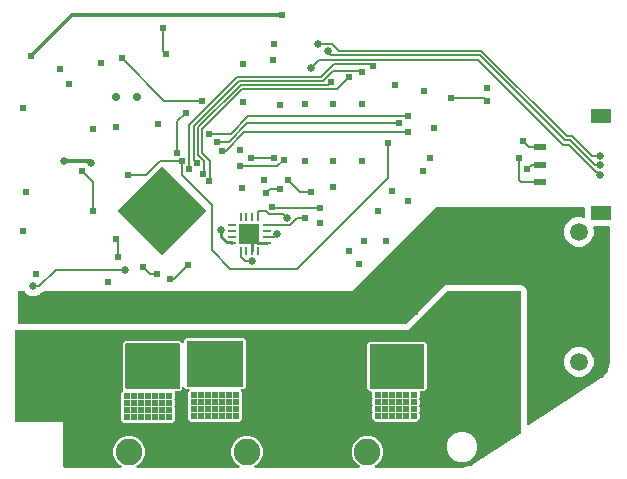
<source format=gbr>
G04 EAGLE Gerber RS-274X export*
G75*
%MOMM*%
%FSLAX34Y34*%
%LPD*%
%INBottom Copper*%
%IPPOS*%
%AMOC8*
5,1,8,0,0,1.08239X$1,22.5*%
G01*
%ADD10R,1.700000X1.700000*%
%ADD11R,0.250000X0.700000*%
%ADD12R,0.700000X0.250000*%
%ADD13C,2.250000*%
%ADD14C,1.500000*%
%ADD15C,2.550000*%
%ADD16R,1.000000X0.600000*%
%ADD17R,1.800000X1.250000*%
%ADD18C,0.704800*%
%ADD19C,0.604800*%
%ADD20C,0.654800*%
%ADD21C,0.250000*%
%ADD22C,0.200000*%
%ADD23C,0.350000*%
%ADD24C,0.300000*%

G36*
X90943Y2513D02*
X90943Y2513D01*
X91030Y2516D01*
X91082Y2533D01*
X91136Y2541D01*
X91215Y2576D01*
X91298Y2603D01*
X91343Y2634D01*
X91393Y2657D01*
X91459Y2713D01*
X91531Y2762D01*
X91566Y2804D01*
X91608Y2840D01*
X91655Y2913D01*
X91710Y2980D01*
X91732Y3030D01*
X91762Y3076D01*
X91787Y3159D01*
X91822Y3239D01*
X91828Y3293D01*
X91844Y3346D01*
X91846Y3433D01*
X91856Y3519D01*
X91847Y3573D01*
X91848Y3628D01*
X91825Y3712D01*
X91811Y3797D01*
X91788Y3847D01*
X91773Y3900D01*
X91727Y3974D01*
X91690Y4052D01*
X91654Y4093D01*
X91625Y4140D01*
X91560Y4198D01*
X91503Y4263D01*
X91459Y4289D01*
X91416Y4329D01*
X91313Y4378D01*
X91240Y4423D01*
X90476Y4739D01*
X86739Y8476D01*
X84717Y13358D01*
X84717Y18642D01*
X86739Y23524D01*
X90476Y27261D01*
X95358Y29283D01*
X100642Y29283D01*
X105524Y27261D01*
X109261Y23524D01*
X111283Y18642D01*
X111283Y13358D01*
X109261Y8476D01*
X105524Y4739D01*
X104760Y4423D01*
X104686Y4379D01*
X104607Y4343D01*
X104565Y4308D01*
X104518Y4280D01*
X104458Y4216D01*
X104392Y4160D01*
X104362Y4114D01*
X104325Y4074D01*
X104286Y3997D01*
X104238Y3924D01*
X104222Y3871D01*
X104197Y3822D01*
X104181Y3737D01*
X104156Y3654D01*
X104155Y3599D01*
X104145Y3545D01*
X104153Y3459D01*
X104152Y3372D01*
X104166Y3319D01*
X104172Y3265D01*
X104204Y3184D01*
X104227Y3100D01*
X104256Y3054D01*
X104276Y3003D01*
X104330Y2934D01*
X104375Y2860D01*
X104416Y2824D01*
X104450Y2780D01*
X104520Y2729D01*
X104584Y2671D01*
X104634Y2647D01*
X104678Y2615D01*
X104760Y2586D01*
X104838Y2548D01*
X104889Y2540D01*
X104944Y2521D01*
X105058Y2514D01*
X105143Y2501D01*
X190857Y2501D01*
X190943Y2513D01*
X191030Y2516D01*
X191082Y2533D01*
X191136Y2541D01*
X191215Y2576D01*
X191298Y2603D01*
X191343Y2634D01*
X191393Y2657D01*
X191459Y2713D01*
X191531Y2762D01*
X191566Y2804D01*
X191608Y2840D01*
X191655Y2913D01*
X191710Y2980D01*
X191732Y3030D01*
X191762Y3076D01*
X191787Y3159D01*
X191822Y3239D01*
X191828Y3293D01*
X191844Y3346D01*
X191846Y3433D01*
X191856Y3519D01*
X191847Y3573D01*
X191848Y3628D01*
X191825Y3712D01*
X191811Y3797D01*
X191788Y3847D01*
X191773Y3900D01*
X191727Y3974D01*
X191690Y4052D01*
X191654Y4093D01*
X191625Y4140D01*
X191560Y4198D01*
X191503Y4263D01*
X191459Y4289D01*
X191416Y4329D01*
X191313Y4378D01*
X191240Y4423D01*
X190476Y4739D01*
X186739Y8476D01*
X184717Y13358D01*
X184717Y18642D01*
X186739Y23524D01*
X190476Y27261D01*
X195358Y29283D01*
X200642Y29283D01*
X205524Y27261D01*
X209261Y23524D01*
X211283Y18642D01*
X211283Y13358D01*
X209261Y8476D01*
X205524Y4739D01*
X204760Y4423D01*
X204686Y4379D01*
X204607Y4343D01*
X204565Y4308D01*
X204518Y4280D01*
X204458Y4216D01*
X204392Y4160D01*
X204362Y4114D01*
X204325Y4074D01*
X204286Y3997D01*
X204238Y3924D01*
X204222Y3871D01*
X204197Y3822D01*
X204181Y3737D01*
X204156Y3654D01*
X204155Y3599D01*
X204145Y3545D01*
X204153Y3459D01*
X204152Y3372D01*
X204166Y3319D01*
X204172Y3265D01*
X204204Y3184D01*
X204227Y3100D01*
X204256Y3054D01*
X204276Y3003D01*
X204330Y2934D01*
X204375Y2860D01*
X204416Y2824D01*
X204450Y2780D01*
X204520Y2729D01*
X204584Y2671D01*
X204634Y2647D01*
X204678Y2615D01*
X204760Y2586D01*
X204838Y2548D01*
X204889Y2540D01*
X204944Y2521D01*
X205058Y2514D01*
X205143Y2501D01*
X292857Y2501D01*
X292943Y2513D01*
X293030Y2516D01*
X293082Y2533D01*
X293136Y2541D01*
X293215Y2576D01*
X293298Y2603D01*
X293343Y2634D01*
X293393Y2657D01*
X293459Y2713D01*
X293531Y2762D01*
X293566Y2804D01*
X293608Y2840D01*
X293655Y2913D01*
X293710Y2980D01*
X293732Y3030D01*
X293762Y3076D01*
X293787Y3159D01*
X293822Y3239D01*
X293828Y3293D01*
X293844Y3346D01*
X293846Y3433D01*
X293856Y3519D01*
X293847Y3573D01*
X293848Y3628D01*
X293825Y3712D01*
X293811Y3797D01*
X293788Y3847D01*
X293773Y3900D01*
X293727Y3974D01*
X293690Y4052D01*
X293654Y4093D01*
X293625Y4140D01*
X293560Y4198D01*
X293503Y4263D01*
X293459Y4289D01*
X293416Y4329D01*
X293313Y4378D01*
X293240Y4423D01*
X292476Y4739D01*
X288739Y8476D01*
X286717Y13358D01*
X286717Y18642D01*
X288739Y23524D01*
X292476Y27261D01*
X297358Y29283D01*
X302642Y29283D01*
X307524Y27261D01*
X311261Y23524D01*
X313283Y18642D01*
X313283Y13358D01*
X311261Y8476D01*
X307524Y4739D01*
X306760Y4423D01*
X306686Y4379D01*
X306607Y4343D01*
X306565Y4308D01*
X306518Y4280D01*
X306458Y4216D01*
X306392Y4160D01*
X306362Y4114D01*
X306325Y4074D01*
X306286Y3997D01*
X306238Y3924D01*
X306222Y3871D01*
X306197Y3822D01*
X306181Y3737D01*
X306156Y3654D01*
X306155Y3599D01*
X306145Y3545D01*
X306153Y3459D01*
X306152Y3372D01*
X306166Y3319D01*
X306172Y3265D01*
X306204Y3184D01*
X306227Y3100D01*
X306256Y3054D01*
X306276Y3003D01*
X306330Y2934D01*
X306375Y2860D01*
X306416Y2824D01*
X306450Y2780D01*
X306520Y2729D01*
X306584Y2671D01*
X306634Y2647D01*
X306678Y2615D01*
X306760Y2586D01*
X306838Y2548D01*
X306889Y2540D01*
X306944Y2521D01*
X307058Y2514D01*
X307143Y2501D01*
X380000Y2501D01*
X380038Y2506D01*
X380071Y2503D01*
X382425Y2672D01*
X382547Y2698D01*
X382636Y2710D01*
X385454Y3540D01*
X387152Y4040D01*
X387265Y4091D01*
X387350Y4122D01*
X389420Y5255D01*
X389450Y5278D01*
X389481Y5292D01*
X390699Y6077D01*
X390700Y6077D01*
X429541Y31114D01*
X429588Y31154D01*
X429640Y31186D01*
X429694Y31246D01*
X429755Y31298D01*
X429788Y31350D01*
X429829Y31395D01*
X429864Y31468D01*
X429908Y31535D01*
X429925Y31594D01*
X429952Y31649D01*
X429963Y31721D01*
X429988Y31805D01*
X429989Y31887D01*
X429999Y31954D01*
X429999Y151000D01*
X429990Y151064D01*
X429991Y151128D01*
X429970Y151203D01*
X429959Y151279D01*
X429933Y151338D01*
X429916Y151400D01*
X429875Y151466D01*
X429843Y151536D01*
X429801Y151585D01*
X429768Y151640D01*
X429710Y151692D01*
X429660Y151750D01*
X429606Y151786D01*
X429558Y151829D01*
X429489Y151862D01*
X429424Y151905D01*
X429362Y151924D01*
X429305Y151952D01*
X429235Y151963D01*
X429154Y151987D01*
X429069Y151988D01*
X429000Y151999D01*
X368000Y151999D01*
X367905Y151986D01*
X367809Y151981D01*
X367766Y151966D01*
X367721Y151959D01*
X367633Y151920D01*
X367542Y151888D01*
X367508Y151863D01*
X367464Y151843D01*
X367367Y151760D01*
X367293Y151707D01*
X334586Y118999D01*
X2500Y118999D01*
X2436Y118990D01*
X2372Y118991D01*
X2297Y118970D01*
X2221Y118959D01*
X2162Y118933D01*
X2100Y118916D01*
X2034Y118875D01*
X1964Y118843D01*
X1915Y118801D01*
X1860Y118768D01*
X1808Y118710D01*
X1750Y118660D01*
X1714Y118606D01*
X1671Y118558D01*
X1638Y118489D01*
X1595Y118424D01*
X1576Y118362D01*
X1548Y118305D01*
X1537Y118235D01*
X1513Y118154D01*
X1512Y118069D01*
X1501Y118000D01*
X1501Y42000D01*
X1510Y41936D01*
X1509Y41872D01*
X1530Y41797D01*
X1541Y41721D01*
X1567Y41662D01*
X1584Y41600D01*
X1625Y41534D01*
X1657Y41464D01*
X1699Y41415D01*
X1732Y41360D01*
X1790Y41308D01*
X1840Y41250D01*
X1894Y41214D01*
X1942Y41171D01*
X2011Y41138D01*
X2076Y41095D01*
X2138Y41076D01*
X2195Y41048D01*
X2265Y41037D01*
X2346Y41013D01*
X2431Y41012D01*
X2500Y41001D01*
X42001Y41001D01*
X42001Y3500D01*
X42010Y3436D01*
X42009Y3372D01*
X42030Y3297D01*
X42041Y3221D01*
X42067Y3162D01*
X42084Y3100D01*
X42125Y3034D01*
X42157Y2964D01*
X42199Y2915D01*
X42232Y2860D01*
X42290Y2808D01*
X42340Y2750D01*
X42394Y2714D01*
X42442Y2671D01*
X42511Y2638D01*
X42576Y2595D01*
X42638Y2576D01*
X42695Y2548D01*
X42765Y2537D01*
X42846Y2513D01*
X42931Y2512D01*
X43000Y2501D01*
X90857Y2501D01*
X90943Y2513D01*
G37*
G36*
X436053Y38450D02*
X436053Y38450D01*
X436128Y38449D01*
X436193Y38467D01*
X436260Y38475D01*
X436321Y38502D01*
X436400Y38524D01*
X436475Y38570D01*
X436541Y38600D01*
X498127Y78296D01*
X498160Y78325D01*
X498195Y78344D01*
X500039Y79763D01*
X500150Y79877D01*
X500215Y79938D01*
X503078Y83585D01*
X503084Y83595D01*
X503092Y83603D01*
X503130Y83675D01*
X503219Y83829D01*
X503226Y83855D01*
X503237Y83876D01*
X504751Y88258D01*
X504782Y88415D01*
X504803Y88502D01*
X504996Y90820D01*
X504993Y90864D01*
X504999Y90903D01*
X504999Y91083D01*
X504999Y93388D01*
X504999Y205700D01*
X504990Y205764D01*
X504991Y205828D01*
X504970Y205903D01*
X504959Y205979D01*
X504933Y206038D01*
X504916Y206100D01*
X504875Y206166D01*
X504843Y206236D01*
X504801Y206285D01*
X504768Y206340D01*
X504710Y206392D01*
X504660Y206450D01*
X504606Y206486D01*
X504558Y206529D01*
X504489Y206562D01*
X504424Y206605D01*
X504362Y206624D01*
X504305Y206652D01*
X504235Y206663D01*
X504154Y206687D01*
X504069Y206688D01*
X504000Y206699D01*
X492080Y206699D01*
X491962Y206683D01*
X491844Y206671D01*
X491823Y206663D01*
X491800Y206659D01*
X491693Y206611D01*
X491582Y206567D01*
X491564Y206553D01*
X491544Y206543D01*
X491454Y206466D01*
X491360Y206393D01*
X491347Y206375D01*
X491329Y206360D01*
X491264Y206260D01*
X491195Y206164D01*
X491187Y206143D01*
X491175Y206124D01*
X491140Y206010D01*
X491100Y205899D01*
X491099Y205876D01*
X491092Y205854D01*
X491091Y205736D01*
X491084Y205617D01*
X491089Y205596D01*
X491089Y205572D01*
X491138Y205393D01*
X491156Y205318D01*
X491501Y204487D01*
X491501Y199513D01*
X489598Y194919D01*
X486081Y191402D01*
X481487Y189499D01*
X476513Y189499D01*
X471919Y191402D01*
X468402Y194919D01*
X466499Y199513D01*
X466499Y204487D01*
X468402Y209081D01*
X471919Y212598D01*
X476513Y214501D01*
X481487Y214501D01*
X482618Y214032D01*
X482732Y214003D01*
X482846Y213968D01*
X482869Y213968D01*
X482891Y213962D01*
X483009Y213966D01*
X483128Y213964D01*
X483150Y213970D01*
X483173Y213971D01*
X483285Y214008D01*
X483400Y214040D01*
X483419Y214052D01*
X483441Y214059D01*
X483539Y214125D01*
X483640Y214188D01*
X483655Y214205D01*
X483674Y214218D01*
X483749Y214309D01*
X483829Y214397D01*
X483839Y214418D01*
X483853Y214435D01*
X483900Y214544D01*
X483952Y214651D01*
X483955Y214672D01*
X483965Y214694D01*
X483987Y214879D01*
X483999Y214955D01*
X483999Y222000D01*
X483990Y222064D01*
X483991Y222128D01*
X483970Y222203D01*
X483959Y222279D01*
X483933Y222338D01*
X483916Y222400D01*
X483875Y222466D01*
X483843Y222536D01*
X483801Y222585D01*
X483768Y222640D01*
X483710Y222692D01*
X483660Y222750D01*
X483606Y222786D01*
X483558Y222829D01*
X483489Y222862D01*
X483424Y222905D01*
X483362Y222924D01*
X483305Y222952D01*
X483235Y222963D01*
X483154Y222987D01*
X483069Y222988D01*
X483000Y222999D01*
X359000Y222999D01*
X358905Y222986D01*
X358809Y222981D01*
X358766Y222966D01*
X358721Y222959D01*
X358633Y222920D01*
X358542Y222888D01*
X358508Y222863D01*
X358464Y222843D01*
X358367Y222760D01*
X358293Y222707D01*
X287586Y151999D01*
X26899Y151999D01*
X26804Y151986D01*
X26708Y151981D01*
X26665Y151966D01*
X26620Y151959D01*
X26533Y151920D01*
X26442Y151888D01*
X26407Y151863D01*
X26363Y151843D01*
X26266Y151760D01*
X26193Y151707D01*
X25399Y150913D01*
X23194Y149999D01*
X23115Y149999D01*
X23020Y149986D01*
X22924Y149981D01*
X22881Y149966D01*
X22836Y149959D01*
X22749Y149920D01*
X22658Y149888D01*
X22623Y149863D01*
X22579Y149843D01*
X22482Y149760D01*
X22409Y149707D01*
X21687Y148985D01*
X18646Y147725D01*
X15354Y147725D01*
X12313Y148985D01*
X9985Y151313D01*
X9956Y151382D01*
X9951Y151391D01*
X9949Y151400D01*
X9879Y151512D01*
X9813Y151625D01*
X9806Y151632D01*
X9801Y151640D01*
X9703Y151728D01*
X9607Y151818D01*
X9598Y151822D01*
X9591Y151829D01*
X9473Y151886D01*
X9355Y151946D01*
X9346Y151948D01*
X9338Y151952D01*
X9261Y151964D01*
X9078Y151998D01*
X9054Y151996D01*
X9033Y151999D01*
X5000Y151999D01*
X4936Y151990D01*
X4872Y151991D01*
X4797Y151970D01*
X4721Y151959D01*
X4662Y151933D01*
X4600Y151916D01*
X4534Y151875D01*
X4464Y151843D01*
X4415Y151801D01*
X4360Y151768D01*
X4308Y151710D01*
X4250Y151660D01*
X4214Y151606D01*
X4171Y151558D01*
X4138Y151489D01*
X4095Y151424D01*
X4076Y151362D01*
X4048Y151305D01*
X4037Y151235D01*
X4013Y151154D01*
X4012Y151069D01*
X4001Y151000D01*
X4001Y125000D01*
X4010Y124936D01*
X4009Y124872D01*
X4030Y124797D01*
X4041Y124721D01*
X4067Y124662D01*
X4084Y124600D01*
X4125Y124534D01*
X4157Y124464D01*
X4199Y124415D01*
X4232Y124360D01*
X4290Y124308D01*
X4340Y124250D01*
X4394Y124214D01*
X4442Y124171D01*
X4511Y124138D01*
X4576Y124095D01*
X4638Y124076D01*
X4695Y124048D01*
X4765Y124037D01*
X4846Y124013D01*
X4931Y124012D01*
X5000Y124001D01*
X332101Y124001D01*
X332195Y124014D01*
X332292Y124019D01*
X332335Y124034D01*
X332380Y124041D01*
X332467Y124080D01*
X332558Y124112D01*
X332593Y124137D01*
X332637Y124157D01*
X332734Y124240D01*
X332807Y124293D01*
X364601Y156087D01*
X366806Y157001D01*
X430194Y157001D01*
X432399Y156087D01*
X434087Y154399D01*
X435001Y152194D01*
X435001Y39440D01*
X435010Y39373D01*
X435010Y39306D01*
X435030Y39234D01*
X435041Y39161D01*
X435068Y39099D01*
X435087Y39035D01*
X435126Y38971D01*
X435157Y38904D01*
X435200Y38853D01*
X435236Y38795D01*
X435292Y38746D01*
X435340Y38689D01*
X435396Y38653D01*
X435447Y38608D01*
X435514Y38576D01*
X435576Y38535D01*
X435641Y38515D01*
X435701Y38486D01*
X435775Y38474D01*
X435846Y38453D01*
X435913Y38452D01*
X435980Y38441D01*
X436053Y38450D01*
G37*
%LPC*%
G36*
X93905Y39943D02*
X93905Y39943D01*
X90943Y42905D01*
X90943Y47095D01*
X91142Y47293D01*
X91181Y47345D01*
X91227Y47390D01*
X91265Y47457D01*
X91311Y47519D01*
X91334Y47579D01*
X91366Y47635D01*
X91384Y47710D01*
X91411Y47783D01*
X91416Y47847D01*
X91431Y47909D01*
X91427Y47987D01*
X91433Y48064D01*
X91420Y48127D01*
X91416Y48191D01*
X91391Y48264D01*
X91375Y48340D01*
X91345Y48397D01*
X91324Y48458D01*
X91282Y48514D01*
X91243Y48589D01*
X91184Y48650D01*
X91142Y48707D01*
X90943Y48905D01*
X90943Y53095D01*
X91142Y53293D01*
X91181Y53345D01*
X91227Y53390D01*
X91265Y53457D01*
X91311Y53519D01*
X91334Y53579D01*
X91366Y53635D01*
X91384Y53710D01*
X91411Y53783D01*
X91416Y53847D01*
X91431Y53909D01*
X91427Y53987D01*
X91433Y54064D01*
X91420Y54127D01*
X91416Y54191D01*
X91391Y54264D01*
X91375Y54340D01*
X91345Y54397D01*
X91324Y54458D01*
X91282Y54514D01*
X91243Y54589D01*
X91184Y54650D01*
X91142Y54707D01*
X90943Y54905D01*
X90943Y59095D01*
X91142Y59293D01*
X91181Y59345D01*
X91227Y59390D01*
X91265Y59457D01*
X91311Y59519D01*
X91334Y59579D01*
X91366Y59635D01*
X91384Y59710D01*
X91411Y59783D01*
X91416Y59847D01*
X91431Y59909D01*
X91427Y59987D01*
X91433Y60064D01*
X91420Y60127D01*
X91416Y60191D01*
X91391Y60264D01*
X91375Y60340D01*
X91345Y60397D01*
X91324Y60458D01*
X91282Y60514D01*
X91243Y60589D01*
X91184Y60650D01*
X91142Y60707D01*
X90943Y60905D01*
X90943Y65095D01*
X93073Y67225D01*
X93112Y67276D01*
X93158Y67321D01*
X93196Y67388D01*
X93243Y67450D01*
X93265Y67510D01*
X93297Y67566D01*
X93315Y67642D01*
X93342Y67714D01*
X93347Y67778D01*
X93362Y67841D01*
X93358Y67918D01*
X93364Y67995D01*
X93351Y68058D01*
X93348Y68122D01*
X93322Y68196D01*
X93306Y68271D01*
X93276Y68328D01*
X93255Y68389D01*
X93214Y68445D01*
X93174Y68520D01*
X93115Y68581D01*
X93073Y68638D01*
X92967Y68744D01*
X92967Y79468D01*
X92958Y79529D01*
X92959Y79571D01*
X92952Y79597D01*
X92949Y79659D01*
X92943Y79675D01*
X92943Y84315D01*
X92953Y84443D01*
X92967Y84532D01*
X92967Y85468D01*
X92959Y85529D01*
X92959Y85566D01*
X92952Y85591D01*
X92949Y85659D01*
X92943Y85675D01*
X92943Y90315D01*
X92953Y90443D01*
X92967Y90532D01*
X92967Y91468D01*
X92959Y91528D01*
X92959Y91562D01*
X92953Y91586D01*
X92949Y91659D01*
X92943Y91675D01*
X92943Y96315D01*
X92953Y96443D01*
X92967Y96532D01*
X92967Y97468D01*
X92959Y97528D01*
X92959Y97557D01*
X92953Y97580D01*
X92949Y97659D01*
X92943Y97675D01*
X92943Y102315D01*
X92953Y102443D01*
X92967Y102532D01*
X92967Y108256D01*
X94744Y110033D01*
X141256Y110033D01*
X143261Y108027D01*
X143287Y108008D01*
X143308Y107984D01*
X143400Y107924D01*
X143487Y107858D01*
X143517Y107847D01*
X143544Y107829D01*
X143649Y107797D01*
X143751Y107759D01*
X143783Y107756D01*
X143814Y107747D01*
X143923Y107745D01*
X144032Y107737D01*
X144064Y107743D01*
X144096Y107743D01*
X144201Y107772D01*
X144308Y107794D01*
X144337Y107810D01*
X144368Y107818D01*
X144461Y107876D01*
X144557Y107927D01*
X144580Y107949D01*
X144608Y107966D01*
X144681Y108047D01*
X144759Y108124D01*
X144775Y108152D01*
X144797Y108176D01*
X144844Y108274D01*
X144898Y108369D01*
X144906Y108400D01*
X144920Y108429D01*
X144934Y108519D01*
X144963Y108644D01*
X144961Y108692D01*
X144967Y108734D01*
X144967Y110256D01*
X146744Y112033D01*
X195256Y112033D01*
X197033Y110256D01*
X197033Y70744D01*
X195256Y68967D01*
X193596Y68967D01*
X193564Y68963D01*
X193532Y68965D01*
X193425Y68943D01*
X193317Y68927D01*
X193288Y68914D01*
X193256Y68908D01*
X193160Y68856D01*
X193060Y68811D01*
X193036Y68790D01*
X193007Y68775D01*
X192929Y68699D01*
X192846Y68628D01*
X192828Y68601D01*
X192805Y68578D01*
X192751Y68483D01*
X192692Y68392D01*
X192682Y68361D01*
X192666Y68333D01*
X192641Y68227D01*
X192609Y68122D01*
X192609Y68090D01*
X192601Y68059D01*
X192607Y67949D01*
X192605Y67840D01*
X192614Y67809D01*
X192616Y67777D01*
X192651Y67674D01*
X192681Y67568D01*
X192698Y67541D01*
X192708Y67510D01*
X192761Y67437D01*
X192829Y67328D01*
X192865Y67296D01*
X192890Y67261D01*
X194057Y66095D01*
X194057Y61905D01*
X193858Y61707D01*
X193819Y61655D01*
X193773Y61610D01*
X193735Y61543D01*
X193689Y61481D01*
X193666Y61421D01*
X193634Y61365D01*
X193616Y61290D01*
X193589Y61217D01*
X193584Y61153D01*
X193569Y61090D01*
X193573Y61013D01*
X193567Y60936D01*
X193580Y60873D01*
X193584Y60809D01*
X193609Y60736D01*
X193625Y60660D01*
X193655Y60603D01*
X193676Y60542D01*
X193718Y60486D01*
X193757Y60411D01*
X193816Y60350D01*
X193858Y60293D01*
X194057Y60095D01*
X194057Y55905D01*
X193858Y55707D01*
X193819Y55655D01*
X193773Y55610D01*
X193735Y55543D01*
X193689Y55481D01*
X193666Y55421D01*
X193634Y55365D01*
X193616Y55290D01*
X193589Y55217D01*
X193584Y55153D01*
X193569Y55090D01*
X193573Y55013D01*
X193567Y54936D01*
X193580Y54873D01*
X193584Y54809D01*
X193609Y54736D01*
X193625Y54660D01*
X193655Y54603D01*
X193676Y54542D01*
X193718Y54486D01*
X193757Y54411D01*
X193816Y54350D01*
X193858Y54293D01*
X194057Y54095D01*
X194057Y49905D01*
X193858Y49707D01*
X193819Y49655D01*
X193773Y49610D01*
X193735Y49543D01*
X193689Y49481D01*
X193666Y49421D01*
X193634Y49365D01*
X193616Y49290D01*
X193589Y49217D01*
X193584Y49153D01*
X193569Y49090D01*
X193573Y49013D01*
X193567Y48936D01*
X193580Y48873D01*
X193584Y48809D01*
X193609Y48736D01*
X193625Y48660D01*
X193655Y48603D01*
X193676Y48542D01*
X193718Y48486D01*
X193757Y48411D01*
X193816Y48350D01*
X193858Y48293D01*
X194057Y48095D01*
X194057Y43905D01*
X191095Y40943D01*
X186905Y40943D01*
X186707Y41142D01*
X186655Y41181D01*
X186610Y41227D01*
X186543Y41265D01*
X186481Y41311D01*
X186421Y41334D01*
X186365Y41366D01*
X186290Y41384D01*
X186217Y41411D01*
X186153Y41416D01*
X186090Y41431D01*
X186013Y41427D01*
X185936Y41433D01*
X185873Y41420D01*
X185809Y41416D01*
X185736Y41391D01*
X185660Y41375D01*
X185603Y41345D01*
X185542Y41324D01*
X185486Y41282D01*
X185411Y41243D01*
X185350Y41184D01*
X185293Y41142D01*
X185095Y40943D01*
X180905Y40943D01*
X180707Y41142D01*
X180655Y41181D01*
X180610Y41227D01*
X180543Y41265D01*
X180481Y41311D01*
X180421Y41334D01*
X180365Y41366D01*
X180290Y41384D01*
X180217Y41411D01*
X180153Y41416D01*
X180091Y41431D01*
X180013Y41427D01*
X179936Y41433D01*
X179873Y41420D01*
X179809Y41416D01*
X179736Y41391D01*
X179660Y41375D01*
X179603Y41345D01*
X179542Y41324D01*
X179486Y41282D01*
X179411Y41243D01*
X179350Y41184D01*
X179293Y41142D01*
X179095Y40943D01*
X174905Y40943D01*
X174707Y41142D01*
X174655Y41181D01*
X174610Y41227D01*
X174543Y41265D01*
X174481Y41311D01*
X174421Y41334D01*
X174365Y41366D01*
X174290Y41384D01*
X174217Y41411D01*
X174153Y41416D01*
X174091Y41431D01*
X174013Y41427D01*
X173936Y41433D01*
X173873Y41420D01*
X173809Y41416D01*
X173736Y41391D01*
X173660Y41375D01*
X173603Y41345D01*
X173542Y41324D01*
X173486Y41282D01*
X173411Y41243D01*
X173350Y41184D01*
X173293Y41142D01*
X173095Y40943D01*
X168905Y40943D01*
X168707Y41142D01*
X168655Y41181D01*
X168610Y41227D01*
X168543Y41265D01*
X168481Y41311D01*
X168421Y41334D01*
X168365Y41366D01*
X168290Y41384D01*
X168217Y41411D01*
X168153Y41416D01*
X168091Y41431D01*
X168013Y41427D01*
X167936Y41433D01*
X167873Y41420D01*
X167809Y41416D01*
X167736Y41391D01*
X167660Y41375D01*
X167603Y41345D01*
X167542Y41324D01*
X167486Y41282D01*
X167411Y41243D01*
X167350Y41184D01*
X167293Y41142D01*
X167095Y40943D01*
X162905Y40943D01*
X162707Y41142D01*
X162655Y41181D01*
X162610Y41227D01*
X162543Y41265D01*
X162481Y41311D01*
X162421Y41334D01*
X162365Y41366D01*
X162290Y41384D01*
X162217Y41411D01*
X162153Y41416D01*
X162091Y41431D01*
X162013Y41427D01*
X161936Y41433D01*
X161873Y41420D01*
X161809Y41416D01*
X161736Y41391D01*
X161660Y41375D01*
X161603Y41345D01*
X161542Y41324D01*
X161486Y41282D01*
X161411Y41243D01*
X161350Y41184D01*
X161293Y41142D01*
X161095Y40943D01*
X156905Y40943D01*
X156707Y41142D01*
X156655Y41181D01*
X156610Y41227D01*
X156543Y41265D01*
X156481Y41311D01*
X156421Y41334D01*
X156365Y41366D01*
X156290Y41384D01*
X156217Y41411D01*
X156153Y41416D01*
X156091Y41431D01*
X156013Y41427D01*
X155936Y41433D01*
X155873Y41420D01*
X155809Y41416D01*
X155736Y41391D01*
X155660Y41375D01*
X155603Y41345D01*
X155542Y41324D01*
X155486Y41282D01*
X155411Y41243D01*
X155350Y41184D01*
X155293Y41142D01*
X155095Y40943D01*
X150905Y40943D01*
X147943Y43905D01*
X147943Y48095D01*
X148142Y48293D01*
X148181Y48345D01*
X148227Y48390D01*
X148265Y48457D01*
X148311Y48519D01*
X148334Y48579D01*
X148366Y48635D01*
X148384Y48710D01*
X148411Y48783D01*
X148416Y48847D01*
X148431Y48909D01*
X148427Y48987D01*
X148433Y49064D01*
X148420Y49127D01*
X148416Y49191D01*
X148391Y49264D01*
X148375Y49340D01*
X148345Y49397D01*
X148324Y49458D01*
X148282Y49514D01*
X148243Y49589D01*
X148184Y49650D01*
X148142Y49707D01*
X147943Y49905D01*
X147943Y54095D01*
X148142Y54293D01*
X148181Y54345D01*
X148227Y54390D01*
X148265Y54457D01*
X148311Y54519D01*
X148334Y54579D01*
X148366Y54635D01*
X148384Y54710D01*
X148411Y54783D01*
X148416Y54847D01*
X148431Y54910D01*
X148427Y54987D01*
X148433Y55064D01*
X148420Y55127D01*
X148416Y55191D01*
X148391Y55264D01*
X148375Y55340D01*
X148345Y55397D01*
X148324Y55458D01*
X148282Y55514D01*
X148243Y55589D01*
X148184Y55650D01*
X148142Y55707D01*
X147943Y55905D01*
X147943Y60095D01*
X148142Y60293D01*
X148181Y60345D01*
X148227Y60390D01*
X148265Y60457D01*
X148311Y60519D01*
X148334Y60579D01*
X148366Y60635D01*
X148384Y60710D01*
X148411Y60783D01*
X148416Y60847D01*
X148431Y60909D01*
X148427Y60987D01*
X148433Y61064D01*
X148420Y61127D01*
X148416Y61191D01*
X148391Y61264D01*
X148375Y61340D01*
X148345Y61397D01*
X148324Y61458D01*
X148282Y61514D01*
X148243Y61589D01*
X148184Y61650D01*
X148142Y61707D01*
X147943Y61905D01*
X147943Y66095D01*
X149110Y67261D01*
X149129Y67287D01*
X149154Y67308D01*
X149214Y67400D01*
X149279Y67487D01*
X149291Y67517D01*
X149308Y67544D01*
X149340Y67649D01*
X149379Y67751D01*
X149381Y67783D01*
X149391Y67814D01*
X149392Y67923D01*
X149401Y68032D01*
X149394Y68064D01*
X149395Y68096D01*
X149365Y68201D01*
X149343Y68308D01*
X149328Y68337D01*
X149319Y68368D01*
X149262Y68461D01*
X149211Y68557D01*
X149188Y68580D01*
X149171Y68608D01*
X149090Y68681D01*
X149014Y68759D01*
X148986Y68775D01*
X148962Y68797D01*
X148864Y68844D01*
X148769Y68898D01*
X148737Y68906D01*
X148708Y68920D01*
X148619Y68934D01*
X148494Y68963D01*
X148446Y68961D01*
X148404Y68967D01*
X146744Y68967D01*
X144739Y70973D01*
X144713Y70992D01*
X144692Y71016D01*
X144600Y71076D01*
X144513Y71142D01*
X144483Y71153D01*
X144456Y71171D01*
X144351Y71203D01*
X144249Y71241D01*
X144217Y71244D01*
X144186Y71253D01*
X144077Y71255D01*
X143968Y71263D01*
X143936Y71257D01*
X143904Y71257D01*
X143799Y71228D01*
X143692Y71206D01*
X143663Y71190D01*
X143632Y71182D01*
X143539Y71124D01*
X143443Y71073D01*
X143420Y71051D01*
X143392Y71034D01*
X143319Y70953D01*
X143241Y70876D01*
X143225Y70848D01*
X143203Y70824D01*
X143156Y70726D01*
X143102Y70631D01*
X143094Y70600D01*
X143080Y70571D01*
X143066Y70481D01*
X143037Y70356D01*
X143039Y70308D01*
X143033Y70266D01*
X143033Y68744D01*
X141256Y66967D01*
X137596Y66967D01*
X137564Y66963D01*
X137532Y66965D01*
X137425Y66943D01*
X137317Y66927D01*
X137288Y66914D01*
X137256Y66908D01*
X137160Y66856D01*
X137060Y66811D01*
X137036Y66790D01*
X137007Y66775D01*
X136929Y66699D01*
X136846Y66628D01*
X136828Y66601D01*
X136805Y66578D01*
X136751Y66483D01*
X136692Y66392D01*
X136682Y66361D01*
X136666Y66333D01*
X136641Y66227D01*
X136609Y66122D01*
X136609Y66090D01*
X136601Y66059D01*
X136607Y65949D01*
X136605Y65840D01*
X136614Y65809D01*
X136616Y65777D01*
X136651Y65674D01*
X136681Y65568D01*
X136698Y65541D01*
X136708Y65510D01*
X136762Y65437D01*
X136829Y65328D01*
X136865Y65296D01*
X136890Y65261D01*
X137057Y65095D01*
X137057Y60905D01*
X136858Y60707D01*
X136819Y60655D01*
X136773Y60610D01*
X136735Y60543D01*
X136689Y60481D01*
X136666Y60421D01*
X136634Y60365D01*
X136616Y60290D01*
X136589Y60217D01*
X136584Y60153D01*
X136569Y60091D01*
X136573Y60013D01*
X136567Y59936D01*
X136580Y59873D01*
X136584Y59809D01*
X136609Y59736D01*
X136625Y59660D01*
X136655Y59603D01*
X136676Y59542D01*
X136718Y59486D01*
X136757Y59411D01*
X136816Y59350D01*
X136858Y59293D01*
X137057Y59095D01*
X137057Y54905D01*
X136858Y54707D01*
X136819Y54655D01*
X136773Y54610D01*
X136735Y54543D01*
X136689Y54481D01*
X136666Y54421D01*
X136634Y54365D01*
X136616Y54290D01*
X136589Y54217D01*
X136584Y54153D01*
X136569Y54090D01*
X136573Y54013D01*
X136567Y53936D01*
X136580Y53873D01*
X136584Y53809D01*
X136609Y53736D01*
X136625Y53660D01*
X136655Y53603D01*
X136676Y53542D01*
X136718Y53486D01*
X136757Y53411D01*
X136816Y53350D01*
X136858Y53293D01*
X137057Y53095D01*
X137057Y48905D01*
X136858Y48707D01*
X136819Y48655D01*
X136773Y48610D01*
X136735Y48543D01*
X136689Y48481D01*
X136666Y48421D01*
X136634Y48365D01*
X136616Y48290D01*
X136589Y48217D01*
X136584Y48153D01*
X136569Y48090D01*
X136573Y48013D01*
X136567Y47936D01*
X136580Y47873D01*
X136584Y47809D01*
X136609Y47736D01*
X136625Y47660D01*
X136655Y47603D01*
X136676Y47542D01*
X136718Y47486D01*
X136757Y47411D01*
X136816Y47350D01*
X136858Y47293D01*
X137057Y47095D01*
X137057Y42905D01*
X134095Y39943D01*
X129905Y39943D01*
X129707Y40142D01*
X129655Y40181D01*
X129610Y40227D01*
X129543Y40265D01*
X129481Y40311D01*
X129421Y40334D01*
X129365Y40366D01*
X129290Y40384D01*
X129217Y40411D01*
X129153Y40416D01*
X129090Y40431D01*
X129013Y40427D01*
X128936Y40433D01*
X128873Y40420D01*
X128809Y40416D01*
X128736Y40391D01*
X128660Y40375D01*
X128603Y40345D01*
X128542Y40324D01*
X128486Y40282D01*
X128411Y40243D01*
X128350Y40184D01*
X128293Y40142D01*
X128095Y39943D01*
X123905Y39943D01*
X123707Y40142D01*
X123655Y40181D01*
X123610Y40227D01*
X123543Y40265D01*
X123481Y40311D01*
X123421Y40334D01*
X123365Y40366D01*
X123290Y40384D01*
X123217Y40411D01*
X123153Y40416D01*
X123091Y40431D01*
X123013Y40427D01*
X122936Y40433D01*
X122873Y40420D01*
X122809Y40416D01*
X122736Y40391D01*
X122660Y40375D01*
X122603Y40345D01*
X122542Y40324D01*
X122486Y40282D01*
X122411Y40243D01*
X122350Y40184D01*
X122293Y40142D01*
X122095Y39943D01*
X117905Y39943D01*
X117707Y40142D01*
X117655Y40181D01*
X117610Y40227D01*
X117543Y40265D01*
X117481Y40311D01*
X117421Y40334D01*
X117365Y40366D01*
X117290Y40384D01*
X117217Y40411D01*
X117153Y40416D01*
X117091Y40431D01*
X117013Y40427D01*
X116936Y40433D01*
X116873Y40420D01*
X116809Y40416D01*
X116736Y40391D01*
X116660Y40375D01*
X116603Y40345D01*
X116542Y40324D01*
X116486Y40282D01*
X116411Y40243D01*
X116350Y40184D01*
X116293Y40142D01*
X116095Y39943D01*
X111905Y39943D01*
X111707Y40142D01*
X111655Y40181D01*
X111610Y40227D01*
X111543Y40265D01*
X111481Y40311D01*
X111421Y40334D01*
X111365Y40366D01*
X111290Y40384D01*
X111217Y40411D01*
X111153Y40416D01*
X111091Y40431D01*
X111013Y40427D01*
X110936Y40433D01*
X110873Y40420D01*
X110809Y40416D01*
X110736Y40391D01*
X110660Y40375D01*
X110603Y40345D01*
X110542Y40324D01*
X110486Y40282D01*
X110411Y40243D01*
X110350Y40184D01*
X110293Y40142D01*
X110095Y39943D01*
X105905Y39943D01*
X105707Y40142D01*
X105655Y40181D01*
X105610Y40227D01*
X105543Y40265D01*
X105481Y40311D01*
X105421Y40334D01*
X105365Y40366D01*
X105290Y40384D01*
X105217Y40411D01*
X105153Y40416D01*
X105091Y40431D01*
X105013Y40427D01*
X104936Y40433D01*
X104873Y40420D01*
X104809Y40416D01*
X104736Y40391D01*
X104660Y40375D01*
X104603Y40345D01*
X104542Y40324D01*
X104486Y40282D01*
X104411Y40243D01*
X104350Y40184D01*
X104293Y40142D01*
X104095Y39943D01*
X99905Y39943D01*
X99707Y40142D01*
X99655Y40181D01*
X99610Y40227D01*
X99543Y40265D01*
X99481Y40311D01*
X99421Y40334D01*
X99365Y40366D01*
X99290Y40384D01*
X99217Y40411D01*
X99153Y40416D01*
X99090Y40431D01*
X99013Y40427D01*
X98936Y40433D01*
X98873Y40420D01*
X98809Y40416D01*
X98736Y40391D01*
X98660Y40375D01*
X98603Y40345D01*
X98542Y40324D01*
X98486Y40282D01*
X98411Y40243D01*
X98350Y40184D01*
X98293Y40142D01*
X98095Y39943D01*
X93905Y39943D01*
G37*
%LPD*%
%LPC*%
G36*
X306905Y40943D02*
X306905Y40943D01*
X303943Y43905D01*
X303943Y48095D01*
X304142Y48293D01*
X304181Y48345D01*
X304227Y48390D01*
X304265Y48457D01*
X304311Y48519D01*
X304334Y48579D01*
X304366Y48635D01*
X304384Y48710D01*
X304411Y48783D01*
X304416Y48847D01*
X304431Y48909D01*
X304427Y48987D01*
X304433Y49064D01*
X304420Y49127D01*
X304416Y49191D01*
X304391Y49264D01*
X304375Y49340D01*
X304345Y49397D01*
X304324Y49458D01*
X304282Y49514D01*
X304243Y49589D01*
X304184Y49650D01*
X304142Y49707D01*
X303943Y49905D01*
X303943Y54095D01*
X304142Y54293D01*
X304181Y54345D01*
X304227Y54390D01*
X304265Y54457D01*
X304311Y54519D01*
X304334Y54579D01*
X304366Y54635D01*
X304384Y54710D01*
X304411Y54783D01*
X304416Y54847D01*
X304431Y54909D01*
X304427Y54987D01*
X304433Y55064D01*
X304420Y55127D01*
X304416Y55191D01*
X304391Y55264D01*
X304375Y55340D01*
X304345Y55397D01*
X304324Y55458D01*
X304282Y55514D01*
X304243Y55589D01*
X304184Y55650D01*
X304142Y55707D01*
X303943Y55905D01*
X303943Y60095D01*
X304142Y60293D01*
X304181Y60345D01*
X304227Y60390D01*
X304265Y60457D01*
X304311Y60519D01*
X304334Y60579D01*
X304366Y60635D01*
X304384Y60710D01*
X304411Y60783D01*
X304416Y60847D01*
X304431Y60909D01*
X304427Y60987D01*
X304433Y61064D01*
X304420Y61127D01*
X304416Y61191D01*
X304391Y61264D01*
X304375Y61340D01*
X304345Y61397D01*
X304324Y61458D01*
X304282Y61514D01*
X304243Y61589D01*
X304184Y61650D01*
X304142Y61707D01*
X303943Y61905D01*
X303943Y65968D01*
X303934Y66032D01*
X303935Y66096D01*
X303914Y66171D01*
X303903Y66247D01*
X303877Y66306D01*
X303860Y66368D01*
X303819Y66434D01*
X303787Y66504D01*
X303745Y66553D01*
X303712Y66608D01*
X303654Y66660D01*
X303604Y66718D01*
X303550Y66754D01*
X303502Y66797D01*
X303433Y66830D01*
X303368Y66873D01*
X303306Y66892D01*
X303249Y66920D01*
X303179Y66931D01*
X303098Y66955D01*
X303013Y66956D01*
X302944Y66967D01*
X301744Y66967D01*
X299967Y68744D01*
X299967Y107256D01*
X301744Y109033D01*
X348256Y109033D01*
X350033Y107256D01*
X350033Y68744D01*
X348256Y66967D01*
X345056Y66967D01*
X344992Y66958D01*
X344928Y66959D01*
X344853Y66938D01*
X344777Y66927D01*
X344718Y66901D01*
X344656Y66884D01*
X344590Y66843D01*
X344520Y66811D01*
X344471Y66769D01*
X344416Y66736D01*
X344364Y66678D01*
X344306Y66628D01*
X344270Y66574D01*
X344227Y66526D01*
X344194Y66457D01*
X344151Y66392D01*
X344132Y66330D01*
X344104Y66273D01*
X344093Y66203D01*
X344069Y66122D01*
X344068Y66037D01*
X344057Y65968D01*
X344057Y61905D01*
X343858Y61707D01*
X343819Y61655D01*
X343773Y61610D01*
X343735Y61543D01*
X343689Y61481D01*
X343666Y61421D01*
X343634Y61365D01*
X343616Y61290D01*
X343589Y61217D01*
X343584Y61153D01*
X343569Y61090D01*
X343573Y61013D01*
X343567Y60936D01*
X343580Y60873D01*
X343584Y60809D01*
X343609Y60736D01*
X343625Y60660D01*
X343655Y60603D01*
X343676Y60542D01*
X343718Y60486D01*
X343757Y60411D01*
X343816Y60350D01*
X343858Y60293D01*
X344057Y60095D01*
X344057Y55905D01*
X343858Y55707D01*
X343819Y55655D01*
X343773Y55610D01*
X343735Y55543D01*
X343689Y55481D01*
X343666Y55421D01*
X343634Y55365D01*
X343616Y55290D01*
X343589Y55217D01*
X343584Y55153D01*
X343569Y55090D01*
X343573Y55013D01*
X343567Y54936D01*
X343580Y54873D01*
X343584Y54809D01*
X343609Y54736D01*
X343625Y54660D01*
X343655Y54603D01*
X343676Y54542D01*
X343718Y54486D01*
X343757Y54411D01*
X343816Y54350D01*
X343858Y54293D01*
X344057Y54095D01*
X344057Y49905D01*
X343858Y49707D01*
X343819Y49655D01*
X343773Y49610D01*
X343735Y49543D01*
X343689Y49481D01*
X343666Y49421D01*
X343634Y49365D01*
X343616Y49290D01*
X343589Y49217D01*
X343584Y49153D01*
X343569Y49090D01*
X343573Y49013D01*
X343567Y48936D01*
X343580Y48873D01*
X343584Y48809D01*
X343609Y48736D01*
X343625Y48660D01*
X343655Y48603D01*
X343676Y48542D01*
X343718Y48486D01*
X343757Y48411D01*
X343816Y48350D01*
X343858Y48293D01*
X344057Y48095D01*
X344057Y43905D01*
X341095Y40943D01*
X336905Y40943D01*
X336707Y41142D01*
X336655Y41181D01*
X336610Y41227D01*
X336543Y41265D01*
X336481Y41311D01*
X336421Y41334D01*
X336365Y41366D01*
X336290Y41384D01*
X336217Y41411D01*
X336153Y41416D01*
X336090Y41431D01*
X336013Y41427D01*
X335936Y41433D01*
X335873Y41420D01*
X335809Y41416D01*
X335736Y41391D01*
X335660Y41375D01*
X335603Y41345D01*
X335542Y41324D01*
X335486Y41282D01*
X335411Y41243D01*
X335350Y41184D01*
X335293Y41142D01*
X335095Y40943D01*
X330905Y40943D01*
X330707Y41142D01*
X330655Y41181D01*
X330610Y41227D01*
X330543Y41265D01*
X330481Y41311D01*
X330421Y41334D01*
X330365Y41366D01*
X330290Y41384D01*
X330217Y41411D01*
X330153Y41416D01*
X330091Y41431D01*
X330013Y41427D01*
X329936Y41433D01*
X329873Y41420D01*
X329809Y41416D01*
X329736Y41391D01*
X329660Y41375D01*
X329603Y41345D01*
X329542Y41324D01*
X329486Y41282D01*
X329411Y41243D01*
X329350Y41184D01*
X329293Y41142D01*
X329095Y40943D01*
X324905Y40943D01*
X324707Y41142D01*
X324655Y41181D01*
X324610Y41227D01*
X324543Y41265D01*
X324481Y41311D01*
X324421Y41334D01*
X324365Y41366D01*
X324290Y41384D01*
X324217Y41411D01*
X324153Y41416D01*
X324091Y41431D01*
X324013Y41427D01*
X323936Y41433D01*
X323873Y41420D01*
X323809Y41416D01*
X323736Y41391D01*
X323660Y41375D01*
X323603Y41345D01*
X323542Y41324D01*
X323486Y41282D01*
X323411Y41243D01*
X323350Y41184D01*
X323293Y41142D01*
X323095Y40943D01*
X318905Y40943D01*
X318707Y41142D01*
X318655Y41181D01*
X318610Y41227D01*
X318543Y41265D01*
X318481Y41311D01*
X318421Y41334D01*
X318365Y41366D01*
X318290Y41384D01*
X318217Y41411D01*
X318153Y41416D01*
X318091Y41431D01*
X318013Y41427D01*
X317936Y41433D01*
X317873Y41420D01*
X317809Y41416D01*
X317736Y41391D01*
X317660Y41375D01*
X317603Y41345D01*
X317542Y41324D01*
X317486Y41282D01*
X317411Y41243D01*
X317350Y41184D01*
X317293Y41142D01*
X317095Y40943D01*
X312905Y40943D01*
X312707Y41142D01*
X312655Y41181D01*
X312610Y41227D01*
X312543Y41265D01*
X312481Y41311D01*
X312421Y41334D01*
X312365Y41366D01*
X312290Y41384D01*
X312217Y41411D01*
X312153Y41416D01*
X312091Y41431D01*
X312013Y41427D01*
X311936Y41433D01*
X311873Y41420D01*
X311809Y41416D01*
X311736Y41391D01*
X311660Y41375D01*
X311603Y41345D01*
X311542Y41324D01*
X311486Y41282D01*
X311411Y41243D01*
X311350Y41184D01*
X311293Y41142D01*
X311095Y40943D01*
X306905Y40943D01*
G37*
%LPD*%
G36*
X126093Y182764D02*
X126093Y182764D01*
X126219Y182770D01*
X126250Y182780D01*
X126282Y182783D01*
X126400Y182827D01*
X126520Y182864D01*
X126541Y182879D01*
X126578Y182892D01*
X126837Y183072D01*
X126862Y183102D01*
X126883Y183117D01*
X162883Y219117D01*
X162960Y219216D01*
X163042Y219312D01*
X163057Y219341D01*
X163077Y219366D01*
X163126Y219482D01*
X163182Y219595D01*
X163188Y219626D01*
X163201Y219656D01*
X163220Y219781D01*
X163246Y219904D01*
X163244Y219936D01*
X163249Y219968D01*
X163236Y220093D01*
X163230Y220219D01*
X163220Y220250D01*
X163217Y220282D01*
X163173Y220400D01*
X163136Y220520D01*
X163121Y220541D01*
X163108Y220578D01*
X162928Y220837D01*
X162898Y220862D01*
X162883Y220883D01*
X126883Y256883D01*
X126784Y256960D01*
X126688Y257042D01*
X126659Y257057D01*
X126634Y257077D01*
X126518Y257126D01*
X126405Y257182D01*
X126374Y257188D01*
X126344Y257201D01*
X126219Y257220D01*
X126096Y257246D01*
X126064Y257244D01*
X126032Y257249D01*
X125907Y257236D01*
X125781Y257230D01*
X125750Y257220D01*
X125718Y257217D01*
X125600Y257173D01*
X125480Y257136D01*
X125459Y257121D01*
X125422Y257108D01*
X125163Y256928D01*
X125138Y256898D01*
X125117Y256883D01*
X89117Y220883D01*
X89040Y220784D01*
X88958Y220688D01*
X88943Y220659D01*
X88924Y220634D01*
X88874Y220518D01*
X88818Y220405D01*
X88812Y220374D01*
X88799Y220344D01*
X88780Y220219D01*
X88754Y220096D01*
X88756Y220064D01*
X88751Y220032D01*
X88764Y219907D01*
X88770Y219781D01*
X88780Y219750D01*
X88783Y219718D01*
X88827Y219600D01*
X88864Y219480D01*
X88879Y219459D01*
X88892Y219422D01*
X89072Y219163D01*
X89102Y219138D01*
X89117Y219117D01*
X125117Y183117D01*
X125216Y183040D01*
X125312Y182958D01*
X125341Y182943D01*
X125366Y182924D01*
X125482Y182874D01*
X125595Y182818D01*
X125626Y182812D01*
X125656Y182799D01*
X125781Y182780D01*
X125904Y182754D01*
X125936Y182756D01*
X125968Y182751D01*
X126093Y182764D01*
G37*
G36*
X194064Y71010D02*
X194064Y71010D01*
X194128Y71009D01*
X194203Y71030D01*
X194279Y71041D01*
X194338Y71067D01*
X194400Y71084D01*
X194466Y71125D01*
X194536Y71157D01*
X194585Y71199D01*
X194640Y71232D01*
X194692Y71290D01*
X194750Y71340D01*
X194786Y71394D01*
X194829Y71442D01*
X194862Y71511D01*
X194905Y71576D01*
X194924Y71638D01*
X194952Y71695D01*
X194963Y71765D01*
X194987Y71846D01*
X194988Y71931D01*
X194999Y72000D01*
X194999Y109000D01*
X194991Y109061D01*
X194991Y109100D01*
X194991Y109101D01*
X194991Y109128D01*
X194970Y109203D01*
X194959Y109279D01*
X194933Y109338D01*
X194916Y109400D01*
X194875Y109466D01*
X194843Y109536D01*
X194801Y109585D01*
X194768Y109640D01*
X194710Y109692D01*
X194660Y109750D01*
X194606Y109786D01*
X194558Y109829D01*
X194489Y109862D01*
X194424Y109905D01*
X194362Y109924D01*
X194305Y109952D01*
X194235Y109963D01*
X194154Y109987D01*
X194069Y109988D01*
X194000Y109999D01*
X148000Y109999D01*
X147936Y109990D01*
X147872Y109991D01*
X147797Y109970D01*
X147721Y109959D01*
X147662Y109933D01*
X147600Y109916D01*
X147534Y109875D01*
X147464Y109843D01*
X147415Y109801D01*
X147360Y109768D01*
X147308Y109710D01*
X147250Y109660D01*
X147214Y109606D01*
X147171Y109558D01*
X147138Y109489D01*
X147095Y109424D01*
X147076Y109362D01*
X147048Y109305D01*
X147037Y109235D01*
X147013Y109154D01*
X147012Y109069D01*
X147001Y109000D01*
X147001Y72000D01*
X147010Y71936D01*
X147009Y71872D01*
X147030Y71797D01*
X147041Y71721D01*
X147067Y71662D01*
X147084Y71600D01*
X147125Y71534D01*
X147157Y71464D01*
X147199Y71415D01*
X147232Y71360D01*
X147290Y71308D01*
X147340Y71250D01*
X147394Y71214D01*
X147442Y71171D01*
X147511Y71138D01*
X147576Y71095D01*
X147638Y71076D01*
X147695Y71048D01*
X147765Y71037D01*
X147846Y71013D01*
X147931Y71012D01*
X148000Y71001D01*
X194000Y71001D01*
X194064Y71010D01*
G37*
G36*
X140064Y69010D02*
X140064Y69010D01*
X140128Y69009D01*
X140203Y69030D01*
X140279Y69041D01*
X140338Y69067D01*
X140400Y69084D01*
X140466Y69125D01*
X140536Y69157D01*
X140585Y69199D01*
X140640Y69232D01*
X140692Y69290D01*
X140750Y69340D01*
X140786Y69394D01*
X140829Y69442D01*
X140862Y69511D01*
X140905Y69576D01*
X140924Y69638D01*
X140952Y69695D01*
X140963Y69765D01*
X140987Y69846D01*
X140988Y69931D01*
X140999Y70000D01*
X140999Y107000D01*
X140991Y107061D01*
X140991Y107100D01*
X140991Y107101D01*
X140991Y107128D01*
X140970Y107203D01*
X140959Y107279D01*
X140933Y107338D01*
X140916Y107400D01*
X140875Y107466D01*
X140843Y107536D01*
X140801Y107585D01*
X140768Y107640D01*
X140710Y107692D01*
X140660Y107750D01*
X140606Y107786D01*
X140558Y107829D01*
X140489Y107862D01*
X140424Y107905D01*
X140362Y107924D01*
X140305Y107952D01*
X140235Y107963D01*
X140154Y107987D01*
X140069Y107988D01*
X140000Y107999D01*
X96000Y107999D01*
X95936Y107990D01*
X95872Y107991D01*
X95797Y107970D01*
X95721Y107959D01*
X95662Y107933D01*
X95600Y107916D01*
X95534Y107875D01*
X95464Y107843D01*
X95415Y107801D01*
X95360Y107768D01*
X95308Y107710D01*
X95250Y107660D01*
X95214Y107606D01*
X95171Y107558D01*
X95138Y107489D01*
X95095Y107424D01*
X95076Y107362D01*
X95048Y107305D01*
X95037Y107235D01*
X95013Y107154D01*
X95012Y107069D01*
X95001Y107000D01*
X95001Y70000D01*
X95010Y69936D01*
X95009Y69872D01*
X95030Y69797D01*
X95041Y69721D01*
X95067Y69662D01*
X95084Y69600D01*
X95125Y69534D01*
X95157Y69464D01*
X95199Y69415D01*
X95232Y69360D01*
X95290Y69308D01*
X95340Y69250D01*
X95394Y69214D01*
X95442Y69171D01*
X95511Y69138D01*
X95576Y69095D01*
X95638Y69076D01*
X95695Y69048D01*
X95765Y69037D01*
X95846Y69013D01*
X95931Y69012D01*
X96000Y69001D01*
X140000Y69001D01*
X140064Y69010D01*
G37*
G36*
X347064Y69010D02*
X347064Y69010D01*
X347128Y69009D01*
X347203Y69030D01*
X347279Y69041D01*
X347338Y69067D01*
X347400Y69084D01*
X347466Y69125D01*
X347536Y69157D01*
X347585Y69199D01*
X347640Y69232D01*
X347692Y69290D01*
X347750Y69340D01*
X347786Y69394D01*
X347829Y69442D01*
X347862Y69511D01*
X347905Y69576D01*
X347924Y69638D01*
X347952Y69695D01*
X347963Y69765D01*
X347987Y69846D01*
X347988Y69931D01*
X347999Y70000D01*
X347999Y106000D01*
X347991Y106061D01*
X347991Y106101D01*
X347991Y106102D01*
X347991Y106128D01*
X347970Y106203D01*
X347959Y106279D01*
X347933Y106338D01*
X347916Y106400D01*
X347875Y106466D01*
X347843Y106536D01*
X347801Y106585D01*
X347768Y106640D01*
X347710Y106692D01*
X347660Y106750D01*
X347606Y106786D01*
X347558Y106829D01*
X347489Y106862D01*
X347424Y106905D01*
X347362Y106924D01*
X347305Y106952D01*
X347235Y106963D01*
X347154Y106987D01*
X347069Y106988D01*
X347000Y106999D01*
X303000Y106999D01*
X302936Y106990D01*
X302872Y106991D01*
X302797Y106970D01*
X302721Y106959D01*
X302662Y106933D01*
X302600Y106916D01*
X302534Y106875D01*
X302464Y106843D01*
X302415Y106801D01*
X302360Y106768D01*
X302308Y106710D01*
X302250Y106660D01*
X302214Y106606D01*
X302171Y106558D01*
X302138Y106489D01*
X302095Y106424D01*
X302076Y106362D01*
X302048Y106305D01*
X302037Y106235D01*
X302013Y106154D01*
X302012Y106069D01*
X302001Y106000D01*
X302001Y70000D01*
X302010Y69936D01*
X302009Y69872D01*
X302030Y69797D01*
X302041Y69721D01*
X302067Y69662D01*
X302084Y69600D01*
X302125Y69534D01*
X302157Y69464D01*
X302199Y69415D01*
X302232Y69360D01*
X302290Y69308D01*
X302340Y69250D01*
X302394Y69214D01*
X302442Y69171D01*
X302511Y69138D01*
X302576Y69095D01*
X302638Y69076D01*
X302695Y69048D01*
X302765Y69037D01*
X302846Y69013D01*
X302931Y69012D01*
X303000Y69001D01*
X347000Y69001D01*
X347064Y69010D01*
G37*
%LPC*%
G36*
X377464Y7249D02*
X377464Y7249D01*
X372777Y9190D01*
X369190Y12777D01*
X367249Y17464D01*
X367249Y22536D01*
X369190Y27223D01*
X372777Y30810D01*
X377464Y32751D01*
X382536Y32751D01*
X387223Y30810D01*
X390810Y27223D01*
X392751Y22536D01*
X392751Y17464D01*
X390810Y12777D01*
X387223Y9190D01*
X382536Y7249D01*
X377464Y7249D01*
G37*
%LPD*%
%LPC*%
G36*
X476513Y79499D02*
X476513Y79499D01*
X471919Y81402D01*
X468402Y84919D01*
X466499Y89513D01*
X466499Y94487D01*
X468402Y99081D01*
X471919Y102598D01*
X476513Y104501D01*
X481487Y104501D01*
X486081Y102598D01*
X489598Y99081D01*
X491501Y94487D01*
X491501Y89513D01*
X489598Y84919D01*
X486081Y81402D01*
X481487Y79499D01*
X476513Y79499D01*
G37*
%LPD*%
D10*
X200000Y200000D03*
D11*
X192500Y214500D03*
X197500Y214500D03*
X202500Y214500D03*
X207500Y214500D03*
D12*
X214500Y207500D03*
X214500Y202500D03*
X214500Y197500D03*
X214500Y192500D03*
D11*
X207500Y185500D03*
X202500Y185500D03*
X197500Y185500D03*
X192500Y185500D03*
D12*
X185500Y192500D03*
X185500Y197500D03*
X185500Y202500D03*
X185500Y207500D03*
D13*
X98000Y16000D03*
X198000Y16000D03*
X300000Y16000D03*
D14*
X479000Y202000D03*
X479000Y92000D03*
D15*
X379000Y172000D03*
X379000Y122000D03*
D16*
X446100Y244000D03*
X446100Y259000D03*
X446100Y274000D03*
D17*
X498000Y300050D03*
X498000Y217950D03*
D18*
X87000Y316000D03*
D19*
X194000Y239000D03*
X260000Y210000D03*
X323000Y326000D03*
X220000Y348000D03*
X321000Y237000D03*
D20*
X176184Y203424D03*
D21*
X184778Y193222D02*
X185500Y192500D01*
X184778Y193222D02*
X180746Y193222D01*
X176184Y197784D01*
X176184Y203424D01*
D19*
X225896Y309896D03*
X293000Y175000D03*
X353000Y265000D03*
X74000Y345000D03*
D18*
X105000Y316000D03*
D19*
X127000Y375000D03*
D22*
X127000Y355000D01*
X129000Y353000D01*
D19*
X129000Y353000D03*
X160846Y251154D03*
D22*
X162000Y252308D01*
X162000Y262000D02*
X156524Y267476D01*
X162000Y262000D02*
X162000Y252308D01*
X156524Y290508D02*
X192540Y326524D01*
X156524Y290508D02*
X156524Y267476D01*
X266572Y326524D02*
X269048Y329000D01*
D19*
X269048Y329000D03*
D22*
X266572Y326524D02*
X192540Y326524D01*
D19*
X166000Y245000D03*
D22*
X167000Y246000D01*
X167000Y262000D01*
X160048Y268952D01*
X160048Y289048D02*
X194000Y323000D01*
X160048Y289048D02*
X160048Y268952D01*
X274000Y323000D02*
X284000Y333000D01*
D19*
X284000Y333000D03*
D22*
X274000Y323000D02*
X194000Y323000D01*
D19*
X156000Y260000D03*
D22*
X153000Y263000D01*
X153000Y291968D02*
X191081Y330048D01*
X153000Y291968D02*
X153000Y263000D01*
X262250Y330048D02*
X270750Y338548D01*
X262250Y330048D02*
X191081Y330048D01*
D19*
X295532Y337532D03*
D22*
X294532Y337532D01*
X293516Y338548D01*
X270750Y338548D01*
D19*
X149000Y255000D03*
D22*
X149000Y292951D02*
X189621Y333572D01*
X149000Y292951D02*
X149000Y255000D01*
X260790Y333572D02*
X271290Y344072D01*
X260790Y333572D02*
X189621Y333572D01*
D19*
X305000Y342104D03*
D22*
X303032Y344072D01*
X271290Y344072D01*
D19*
X247000Y214000D03*
D22*
X240200Y214000D01*
X234402Y208202D01*
X215202Y208202D02*
X214500Y207500D01*
X215202Y208202D02*
X234402Y208202D01*
D19*
X252000Y236000D03*
D22*
X243000Y236000D01*
X233000Y246000D01*
D19*
X233000Y246000D03*
X371000Y315000D03*
D22*
X399000Y315000D01*
X401000Y313000D01*
D19*
X401000Y313000D03*
D20*
X252000Y341000D03*
D22*
X259000Y348000D02*
X393623Y348000D01*
X259000Y348000D02*
X252000Y341000D01*
D20*
X497000Y250404D03*
D22*
X494726Y252678D02*
X493598Y252678D01*
X494726Y252678D02*
X497000Y250404D01*
X493598Y252678D02*
X470276Y276000D01*
X465623Y276000D02*
X393623Y348000D01*
X465623Y276000D02*
X470276Y276000D01*
D20*
X266208Y354792D03*
D22*
X269208Y351792D02*
X394937Y351792D01*
X269208Y351792D02*
X266208Y354792D01*
D20*
X497000Y258476D03*
D22*
X492784Y258476D01*
X471736Y279524D01*
X467206Y279524D01*
X394937Y351792D01*
D20*
X258000Y361000D03*
D22*
X270024Y361000D02*
X275708Y355316D01*
X396397Y355316D01*
X468665Y283048D01*
X270024Y361000D02*
X258000Y361000D01*
D20*
X497000Y266548D03*
D22*
X473196Y283048D02*
X468665Y283048D01*
X489696Y266548D02*
X497000Y266548D01*
X489696Y266548D02*
X473196Y283048D01*
D19*
X166000Y285096D03*
X334010Y299952D03*
D22*
X184145Y285096D02*
X166000Y285096D01*
X184145Y285096D02*
X199001Y299952D01*
X334010Y299952D01*
D19*
X173000Y278524D03*
D22*
X182557Y278524D01*
D19*
X326438Y294216D03*
D22*
X198249Y294216D02*
X182557Y278524D01*
X198249Y294216D02*
X326438Y294216D01*
D19*
X177000Y270952D03*
X334010Y286644D03*
D22*
X179968Y270952D02*
X177000Y270952D01*
X179968Y270952D02*
X195660Y286644D01*
X334010Y286644D01*
X207500Y219500D02*
X207500Y214500D01*
X207500Y219500D02*
X208000Y220000D01*
D20*
X232000Y214000D03*
D22*
X214154Y220000D02*
X208000Y220000D01*
X214154Y220000D02*
X216702Y217452D01*
X228548Y217452D02*
X232000Y214000D01*
X228548Y217452D02*
X216702Y217452D01*
X214500Y197500D02*
X220500Y197500D01*
X223000Y200000D01*
D20*
X223000Y200000D03*
D22*
X192500Y185500D02*
X192500Y180500D01*
X195876Y177124D02*
X202124Y177124D01*
D20*
X202124Y177124D03*
D22*
X195876Y177124D02*
X192500Y180500D01*
D19*
X228968Y263032D03*
D22*
X223460Y257524D01*
X192476Y257524D02*
X192000Y258000D01*
D19*
X192000Y258000D03*
D22*
X192476Y257524D02*
X223460Y257524D01*
D19*
X221000Y264452D03*
D22*
X201572Y264452D01*
D19*
X201572Y264452D03*
D20*
X66000Y260000D03*
D23*
X66000Y262000D01*
X43000Y262000D01*
D20*
X43000Y262000D03*
D19*
X68000Y220000D03*
D22*
X68000Y244000D01*
X58000Y254000D01*
D19*
X58000Y254000D03*
X450000Y175000D03*
X450000Y154000D03*
X450000Y133000D03*
X450000Y112000D03*
X187000Y140000D03*
X187000Y134000D03*
X181000Y134000D03*
X181000Y140000D03*
X175000Y140000D03*
X175000Y134000D03*
X169000Y140000D03*
X169000Y134000D03*
X163000Y134000D03*
X163000Y140000D03*
X157000Y140000D03*
X157000Y134000D03*
X130000Y140000D03*
X130000Y134000D03*
X124000Y134000D03*
X124000Y140000D03*
X118000Y140000D03*
X118000Y134000D03*
X112000Y140000D03*
X112000Y134000D03*
X106000Y134000D03*
X106000Y140000D03*
X100000Y140000D03*
X100000Y134000D03*
X284000Y133000D03*
X284000Y127000D03*
X278000Y127000D03*
X278000Y133000D03*
X272000Y133000D03*
X272000Y127000D03*
X266000Y133000D03*
X266000Y127000D03*
X260000Y127000D03*
X260000Y133000D03*
X254000Y133000D03*
X254000Y127000D03*
X242000Y133000D03*
X242000Y127000D03*
X236000Y127000D03*
X236000Y133000D03*
X230000Y133000D03*
X230000Y127000D03*
X224000Y133000D03*
X224000Y127000D03*
X218000Y127000D03*
X218000Y133000D03*
X212000Y133000D03*
X212000Y127000D03*
X340000Y140000D03*
X340000Y134000D03*
X334000Y134000D03*
X334000Y140000D03*
X328000Y140000D03*
X328000Y134000D03*
X322000Y140000D03*
X322000Y134000D03*
X316000Y134000D03*
X316000Y140000D03*
X310000Y140000D03*
X310000Y134000D03*
X38000Y127000D03*
X38000Y133000D03*
X32000Y133000D03*
X32000Y127000D03*
X74000Y133000D03*
X74000Y127000D03*
X68000Y127000D03*
X68000Y133000D03*
X62000Y133000D03*
X62000Y127000D03*
X56000Y133000D03*
X56000Y127000D03*
X50000Y127000D03*
X50000Y133000D03*
X44000Y133000D03*
X44000Y127000D03*
X195000Y312000D03*
X87000Y291000D03*
X68000Y289000D03*
X123000Y293000D03*
X126000Y248000D03*
X141000Y236000D03*
X141000Y207000D03*
X126000Y221000D03*
X126000Y191000D03*
X112000Y206000D03*
X97000Y221000D03*
X111000Y234000D03*
X221000Y361000D03*
X271000Y240000D03*
X316000Y194000D03*
X284000Y186000D03*
X348000Y321000D03*
X334000Y228000D03*
X40000Y340000D03*
X8000Y307000D03*
X47000Y327000D03*
X247000Y310000D03*
X271000Y310000D03*
X295000Y310000D03*
X295000Y262000D03*
X271000Y262000D03*
X247000Y262000D03*
X401000Y324000D03*
X347000Y254000D03*
X8000Y203000D03*
X19000Y166000D03*
X11000Y236000D03*
X80000Y160000D03*
D20*
X200000Y200000D03*
D21*
X202500Y197500D01*
X202500Y185500D01*
X207500Y192500D02*
X214500Y192500D01*
X207500Y192500D02*
X200000Y200000D01*
D19*
X212000Y246000D03*
X192326Y271520D03*
X297000Y194000D03*
D20*
X155000Y221000D03*
D19*
X356000Y290000D03*
X195000Y344000D03*
X432000Y279000D03*
D22*
X437000Y274000D02*
X446100Y274000D01*
X437000Y274000D02*
X432000Y279000D01*
D19*
X73000Y53000D03*
X73000Y59000D03*
X67000Y59000D03*
X67000Y53000D03*
X61000Y53000D03*
X61000Y59000D03*
X55000Y59000D03*
X55000Y53000D03*
X49000Y53000D03*
X49000Y59000D03*
X73000Y65000D03*
X73000Y71000D03*
X67000Y71000D03*
X67000Y65000D03*
X61000Y65000D03*
X61000Y71000D03*
X55000Y71000D03*
X55000Y65000D03*
X49000Y65000D03*
X49000Y71000D03*
X37000Y53000D03*
X37000Y59000D03*
X37000Y65000D03*
X37000Y71000D03*
X43000Y53000D03*
X43000Y59000D03*
X43000Y65000D03*
X43000Y71000D03*
X240000Y52000D03*
X240000Y58000D03*
X234000Y58000D03*
X234000Y52000D03*
X228000Y52000D03*
X228000Y58000D03*
X222000Y58000D03*
X222000Y52000D03*
X216000Y52000D03*
X216000Y58000D03*
X240000Y64000D03*
X240000Y70000D03*
X234000Y70000D03*
X234000Y64000D03*
X228000Y64000D03*
X228000Y70000D03*
X222000Y70000D03*
X222000Y64000D03*
X216000Y64000D03*
X216000Y70000D03*
X279000Y52000D03*
X279000Y58000D03*
X273000Y58000D03*
X273000Y52000D03*
X267000Y52000D03*
X267000Y58000D03*
X261000Y58000D03*
X261000Y52000D03*
X255000Y52000D03*
X255000Y58000D03*
X279000Y64000D03*
X279000Y70000D03*
X273000Y70000D03*
X273000Y64000D03*
X267000Y64000D03*
X267000Y70000D03*
X261000Y70000D03*
X261000Y64000D03*
X255000Y64000D03*
X255000Y70000D03*
X285000Y52000D03*
X285000Y58000D03*
X285000Y64000D03*
X285000Y70000D03*
D18*
X16000Y106000D03*
X16000Y97000D03*
D19*
X428000Y265000D03*
D22*
X428000Y246000D01*
X430000Y244000D02*
X446100Y244000D01*
X430000Y244000D02*
X428000Y246000D01*
D19*
X435000Y255000D03*
D22*
X439000Y259000D01*
X446100Y259000D01*
D19*
X89000Y181000D03*
D22*
X89000Y194000D01*
X87106Y195894D01*
D19*
X87106Y195894D03*
X139000Y269000D03*
D22*
X139000Y296000D01*
X146000Y303000D01*
D19*
X146000Y303000D03*
X143029Y262029D03*
X97000Y250292D03*
D22*
X112292Y250292D01*
X124029Y262029D02*
X143029Y262029D01*
X124029Y262029D02*
X112292Y250292D01*
X143029Y249971D02*
X143029Y262029D01*
X168000Y225000D02*
X168000Y187000D01*
X184000Y171000D01*
X240000Y171000D01*
X317000Y248000D01*
X317000Y277000D01*
D19*
X317000Y277000D03*
D22*
X168000Y225000D02*
X143029Y249971D01*
D19*
X126000Y45000D03*
X126000Y51000D03*
X120000Y51000D03*
X120000Y45000D03*
X114000Y45000D03*
X114000Y51000D03*
X108000Y51000D03*
X108000Y45000D03*
X102000Y45000D03*
X102000Y51000D03*
X126000Y57000D03*
X126000Y63000D03*
X120000Y63000D03*
X120000Y57000D03*
X114000Y57000D03*
X114000Y63000D03*
X108000Y63000D03*
X108000Y57000D03*
X102000Y57000D03*
X102000Y63000D03*
X132000Y45000D03*
X132000Y51000D03*
X132000Y57000D03*
X132000Y63000D03*
X96000Y45000D03*
X96000Y51000D03*
X96000Y57000D03*
X96000Y63000D03*
D20*
X95000Y170000D03*
X17000Y156000D03*
D22*
X36000Y170000D02*
X95000Y170000D01*
X22000Y156000D02*
X17000Y156000D01*
X22000Y156000D02*
X36000Y170000D01*
D19*
X183000Y46000D03*
X183000Y52000D03*
X177000Y52000D03*
X177000Y46000D03*
X171000Y46000D03*
X171000Y52000D03*
X165000Y52000D03*
X165000Y46000D03*
X159000Y46000D03*
X159000Y52000D03*
X183000Y58000D03*
X183000Y64000D03*
X177000Y64000D03*
X177000Y58000D03*
X171000Y58000D03*
X171000Y64000D03*
X165000Y64000D03*
X165000Y58000D03*
X159000Y58000D03*
X159000Y64000D03*
X189000Y46000D03*
X189000Y52000D03*
X189000Y58000D03*
X189000Y64000D03*
X153000Y46000D03*
X153000Y52000D03*
X153000Y58000D03*
X153000Y64000D03*
X333000Y46000D03*
X333000Y52000D03*
X327000Y52000D03*
X327000Y46000D03*
X321000Y46000D03*
X321000Y52000D03*
X315000Y52000D03*
X315000Y46000D03*
X309000Y46000D03*
X309000Y52000D03*
X333000Y58000D03*
X333000Y64000D03*
X327000Y64000D03*
X327000Y58000D03*
X321000Y58000D03*
X321000Y64000D03*
X315000Y64000D03*
X315000Y58000D03*
X309000Y58000D03*
X309000Y64000D03*
X339000Y46000D03*
X339000Y52000D03*
X339000Y58000D03*
X339000Y64000D03*
X148000Y174000D03*
D22*
X136000Y162000D01*
X133000Y162000D01*
D19*
X133000Y162000D03*
X109947Y172053D03*
D22*
X116000Y166000D01*
X122000Y166000D01*
D19*
X122000Y166000D03*
X335000Y80000D03*
X329000Y80000D03*
X323000Y80000D03*
X313000Y88000D03*
X319000Y88000D03*
X341000Y80000D03*
X313000Y94000D03*
X313000Y100000D03*
X319000Y94000D03*
X319000Y100000D03*
X341000Y74000D03*
X335000Y74000D03*
X323000Y74000D03*
X329000Y74000D03*
X307000Y88000D03*
X307000Y94000D03*
X307000Y100000D03*
X313000Y82000D03*
X307000Y82000D03*
X338000Y88000D03*
X344000Y88000D03*
X338000Y94000D03*
X338000Y100000D03*
X344000Y94000D03*
X344000Y100000D03*
X332000Y88000D03*
X332000Y94000D03*
X332000Y100000D03*
X182000Y80000D03*
X176000Y80000D03*
X170000Y80000D03*
X160000Y88000D03*
X166000Y88000D03*
X188000Y80000D03*
X160000Y94000D03*
X160000Y100000D03*
X166000Y94000D03*
X166000Y100000D03*
X188000Y74000D03*
X182000Y74000D03*
X170000Y74000D03*
X176000Y74000D03*
X154000Y88000D03*
X154000Y94000D03*
X154000Y100000D03*
X160000Y82000D03*
X154000Y82000D03*
X185000Y88000D03*
X191000Y88000D03*
X185000Y94000D03*
X185000Y100000D03*
X191000Y94000D03*
X191000Y100000D03*
X179000Y88000D03*
X179000Y94000D03*
X179000Y100000D03*
X126000Y80000D03*
X120000Y80000D03*
X114000Y80000D03*
X104000Y88000D03*
X110000Y88000D03*
X132000Y80000D03*
X104000Y94000D03*
X104000Y100000D03*
X110000Y94000D03*
X110000Y100000D03*
X132000Y74000D03*
X126000Y74000D03*
X114000Y74000D03*
X120000Y74000D03*
X98000Y88000D03*
X98000Y94000D03*
X98000Y100000D03*
X104000Y82000D03*
X98000Y82000D03*
X129000Y88000D03*
X135000Y88000D03*
X129000Y94000D03*
X129000Y100000D03*
X135000Y94000D03*
X135000Y100000D03*
X123000Y88000D03*
X123000Y94000D03*
X123000Y100000D03*
X214048Y235000D03*
D22*
X217500Y238452D01*
X226000Y238452D01*
D19*
X226000Y238452D03*
X219000Y223000D03*
D22*
X220000Y222000D01*
X260120Y222000D01*
D19*
X260120Y222000D03*
X228000Y386000D03*
D24*
X50000Y386000D01*
X15000Y351000D01*
D19*
X15000Y351000D03*
X160000Y313000D03*
D22*
X128000Y313000D01*
X92000Y349000D01*
D19*
X92000Y349000D03*
X309000Y220000D03*
M02*

</source>
